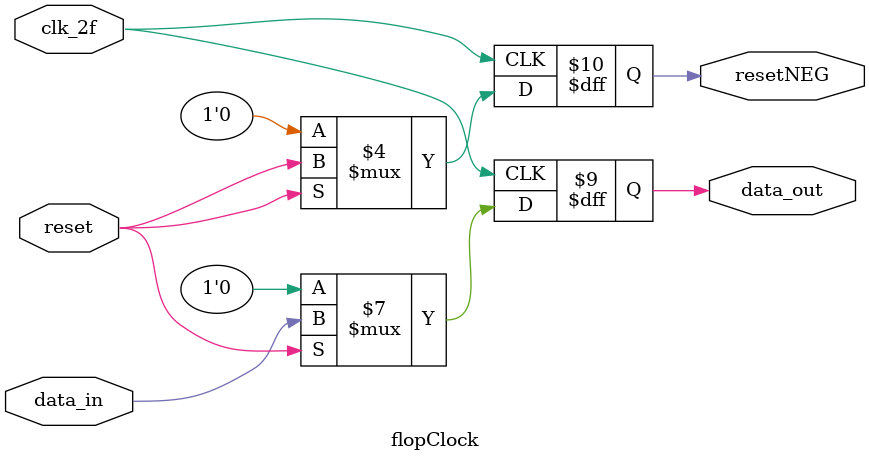
<source format=v>
module flopClock (
                      input       data_in,
                      output reg  data_out,
                      input            clk_2f,
                      input            reset,
                      output reg resetNEG
                      );

   always @ (posedge clk_2f) begin
      if (!reset) begin
         data_out <= 0;
         resetNEG <=0;

      end else begin
         data_out <= data_in;
         resetNEG <= reset;
      end
   end

endmodule

</source>
